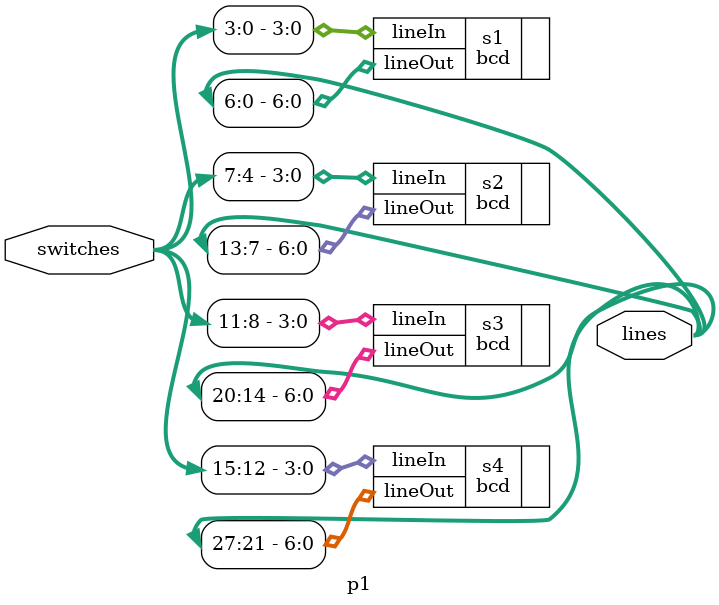
<source format=v>
module p1(switches, lines);

	// Define inputs and outputs
	input [15:0] switches;
	output [27:0] lines;
	
	// Create 4 seven segments
	bcd s1(
		.lineIn(switches[3:0]),
		.lineOut(lines[6:0])
	);
	
	bcd s2(
		.lineIn(switches[7:4]),
		.lineOut(lines[13:7])
	);
	
	bcd s3(
		.lineIn(switches[11:8]),
		.lineOut(lines[20:14])
	);
	
	bcd s4(
		.lineIn(switches[15:12]),
		.lineOut(lines[27:21])
	);

endmodule
</source>
